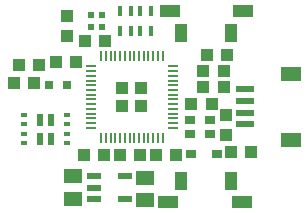
<source format=gbr>
G04 EAGLE Gerber RS-274X export*
G75*
%MOMM*%
%FSLAX34Y34*%
%LPD*%
%INSolderpaste Top*%
%IPPOS*%
%AMOC8*
5,1,8,0,0,1.08239X$1,22.5*%
G01*
%ADD10R,1.500000X1.240000*%
%ADD11R,1.550000X0.500000*%
%ADD12R,1.800000X1.200000*%
%ADD13R,1.200000X0.550000*%
%ADD14R,0.500000X0.500000*%
%ADD15R,0.600000X0.400000*%
%ADD16R,0.600000X1.000000*%
%ADD17R,1.075000X1.000000*%
%ADD18R,0.200000X0.875000*%
%ADD19R,0.875000X0.200000*%
%ADD20R,1.000000X1.000000*%
%ADD21R,0.800000X0.800000*%
%ADD22R,1.000000X1.075000*%
%ADD23R,0.900000X0.750000*%
%ADD24R,0.900000X0.800000*%
%ADD25R,0.450000X0.900000*%
%ADD26R,1.100000X1.500000*%
%ADD27R,1.750000X1.000000*%


D10*
X119380Y-60350D03*
X119380Y-79350D03*
X58420Y-59080D03*
X58420Y-78080D03*
D11*
X203460Y-5000D03*
X203460Y5000D03*
X203460Y-15000D03*
X203460Y15000D03*
D12*
X242460Y-28000D03*
X242460Y28000D03*
D13*
X75899Y-59080D03*
X75899Y-68580D03*
X75899Y-78080D03*
X101901Y-78080D03*
X101901Y-59080D03*
D14*
X82605Y77390D03*
X73605Y77390D03*
X73605Y67390D03*
X82605Y67390D03*
D15*
X53425Y-31050D03*
X53425Y-23050D03*
X53425Y-15050D03*
X53425Y-7050D03*
X16425Y-7050D03*
X16425Y-15050D03*
X16425Y-23050D03*
X16425Y-31050D03*
D16*
X39925Y-27050D03*
X29925Y-27050D03*
X39925Y-11050D03*
X29925Y-11050D03*
D17*
X67700Y-40640D03*
X84700Y-40640D03*
D18*
X82077Y-26372D03*
X86077Y-26372D03*
X90077Y-26372D03*
X94077Y-26372D03*
X98077Y-26372D03*
X102077Y-26372D03*
X106077Y-26372D03*
X110077Y-26372D03*
X114077Y-26372D03*
X118077Y-26372D03*
X122077Y-26372D03*
X126077Y-26372D03*
X130077Y-26372D03*
X134077Y-26372D03*
D19*
X142577Y-17872D03*
X142577Y-13872D03*
X142577Y-9872D03*
X142577Y-5872D03*
X142577Y-1872D03*
X142577Y2128D03*
X142577Y6128D03*
X142577Y10128D03*
X142577Y14128D03*
X142577Y18128D03*
X142577Y22128D03*
X142577Y26128D03*
X142577Y30128D03*
X142577Y34128D03*
D18*
X134077Y42628D03*
X130077Y42628D03*
X126077Y42628D03*
X122077Y42628D03*
X118077Y42628D03*
X114077Y42628D03*
X110077Y42628D03*
X106077Y42628D03*
X102077Y42628D03*
X98077Y42628D03*
X94077Y42628D03*
X90077Y42628D03*
X86077Y42628D03*
X82077Y42628D03*
D19*
X73577Y34128D03*
X73577Y30128D03*
X73577Y26128D03*
X73577Y22128D03*
X73577Y18128D03*
X73577Y14128D03*
X73577Y10128D03*
X73577Y6128D03*
X73577Y2128D03*
X73577Y-1872D03*
X73577Y-5872D03*
X73577Y-9872D03*
X73577Y-13872D03*
X73577Y-17872D03*
D20*
X100077Y128D03*
X100077Y16128D03*
X116077Y16128D03*
X116077Y128D03*
D21*
X38100Y18415D03*
X53340Y18415D03*
D17*
X43570Y37465D03*
X60570Y37465D03*
X171840Y43815D03*
X188840Y43815D03*
X84954Y55245D03*
X67954Y55245D03*
X115180Y-40640D03*
X98180Y-40640D03*
D22*
X53340Y77080D03*
X53340Y60080D03*
D17*
X168665Y30480D03*
X185665Y30480D03*
X12455Y34925D03*
X29455Y34925D03*
X8010Y19685D03*
X25010Y19685D03*
X128660Y-40640D03*
X145660Y-40640D03*
D23*
X173985Y-10895D03*
X157485Y-10895D03*
X157485Y-23395D03*
X173985Y-23395D03*
D17*
X209160Y-38735D03*
X192160Y-38735D03*
D22*
X187960Y-24375D03*
X187960Y-7375D03*
D17*
X175505Y2540D03*
X158505Y2540D03*
D24*
X179864Y-39878D03*
X158464Y-39878D03*
D17*
X168665Y16510D03*
X185665Y16510D03*
D25*
X98125Y80890D03*
X98125Y63890D03*
X107125Y80890D03*
X115125Y80890D03*
X124125Y80890D03*
X124125Y63890D03*
X107125Y63890D03*
X115125Y63890D03*
D26*
X149815Y-62755D03*
X191815Y-62755D03*
D27*
X139065Y-80755D03*
X201565Y-80755D03*
D26*
X191815Y62755D03*
X149815Y62755D03*
D27*
X202565Y80755D03*
X140065Y80755D03*
M02*

</source>
